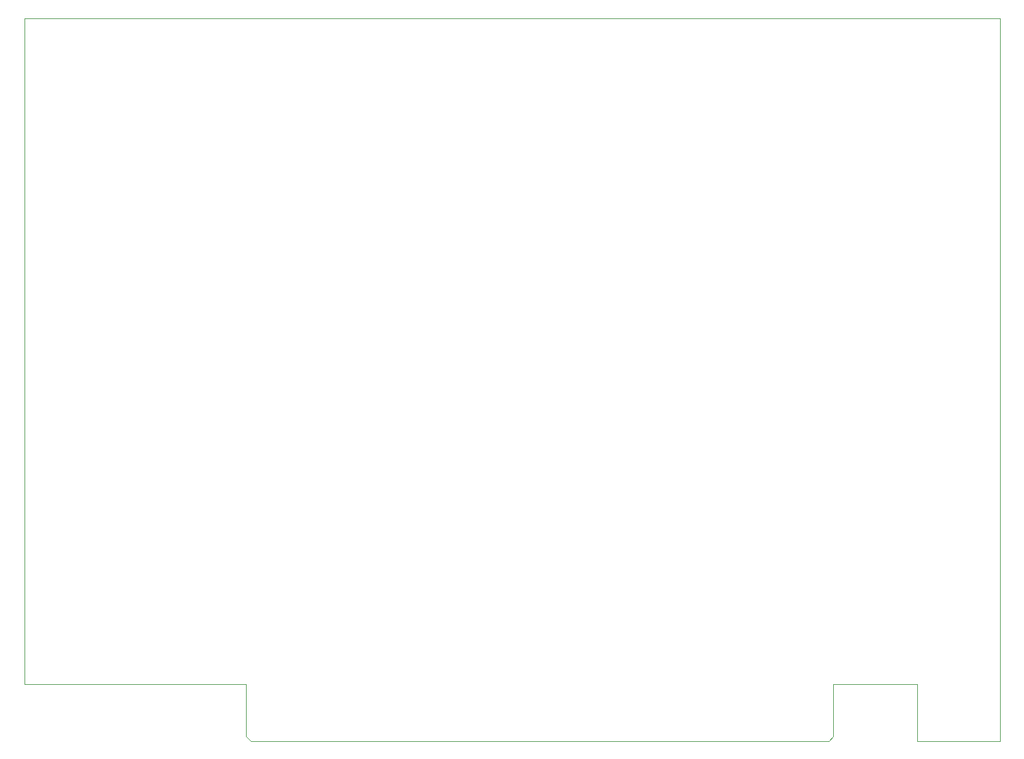
<source format=gbo>
G75*
%MOIN*%
%OFA0B0*%
%FSLAX25Y25*%
%IPPOS*%
%LPD*%
%AMOC8*
5,1,8,0,0,1.08239X$1,22.5*
%
%ADD10C,0.00000*%
D10*
X0011400Y0051000D02*
X0011400Y0413000D01*
X0541400Y0413000D01*
X0541400Y0020000D01*
X0496400Y0020000D01*
X0496400Y0051000D01*
X0450900Y0051000D01*
X0450900Y0022500D01*
X0448400Y0020000D01*
X0134400Y0020000D01*
X0131900Y0022500D01*
X0131900Y0051000D01*
X0011400Y0051000D01*
M02*

</source>
